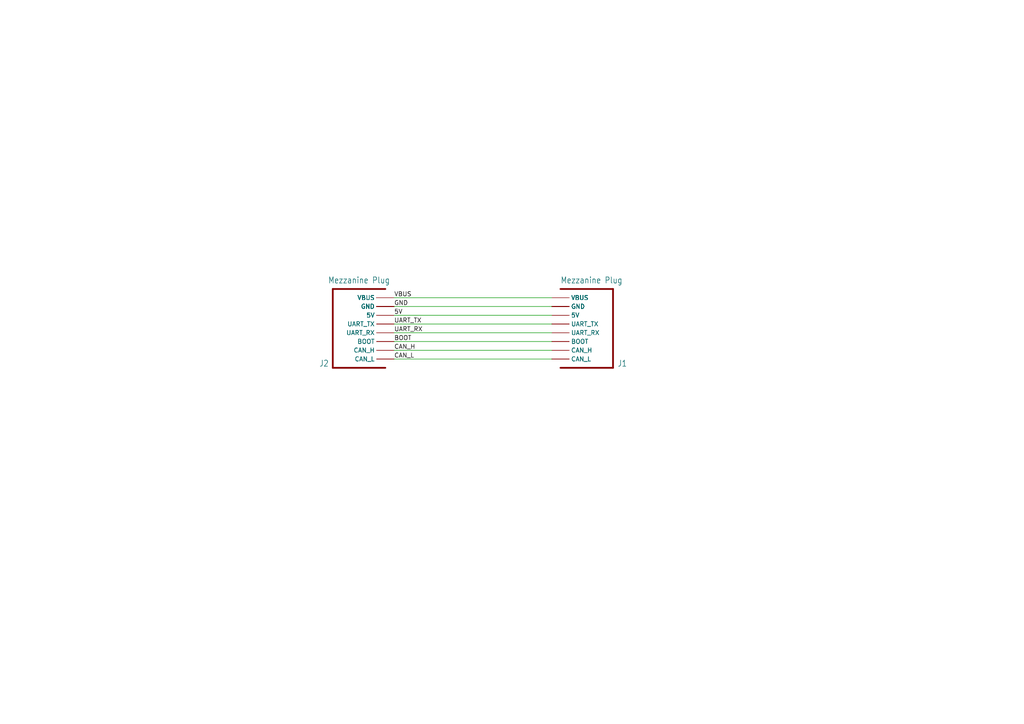
<source format=kicad_sch>
(kicad_sch (version 20230121) (generator eeschema)
  (paper "A4")
  (lib_symbols
    (symbol "Mezzanine Plug_1"
      (property "Reference" "J1" (at -13.97 -8.89 0))
      (property "Value" "Mezzanine Plug" (at 2.54 15.24 0))
      (symbol "Mezzanine Plug_1_1_0"
        (polyline (pts (xy -12.7 -10.16) (xy 2.54 -10.16)) (stroke (width 0.508)))
        (polyline (pts (xy 2.54 12.7) (xy -12.7 12.7)) (stroke (width 0.508)))
        (pin bidirectional line (at 5.08 -7.62 180) (length 5.08) (name "CAN_L") (number "P$1"))
        (pin power_out line (at 5.08 7.62 180) (length 5.08) (name "GND") (number "P$10"))
        (pin power_out line (at 5.08 7.62 180) (length 5.08) (name "GND") (number "P$11"))
        (pin power_out line (at 5.08 10.16 180) (length 5.08) (name "VBUS") (number "P$12"))
        (pin power_out line (at 5.08 10.16 180) (length 5.08) (name "VBUS") (number "P$13"))
        (pin power_out line (at 5.08 10.16 180) (length 5.08) (name "VBUS") (number "P$14"))
        (pin power_out line (at 5.08 10.16 180) (length 5.08) (name "VBUS") (number "P$15"))
        (pin power_out line (at 5.08 10.16 180) (length 5.08) (name "VBUS") (number "P$16"))
        (pin power_out line (at 5.08 10.16 180) (length 5.08) (name "VBUS") (number "P$17"))
        (pin power_out line (at 5.08 10.16 180) (length 5.08) (name "VBUS") (number "P$18"))
        (pin power_out line (at 5.08 10.16 180) (length 5.08) (name "VBUS") (number "P$19"))
        (pin bidirectional line (at 5.08 -5.08 180) (length 5.08) (name "CAN_H") (number "P$2"))
        (pin power_out line (at 5.08 7.62 180) (length 5.08) (name "GND") (number "P$20"))
        (pin power_out line (at 5.08 7.62 180) (length 5.08) (name "GND") (number "P$21"))
        (pin power_out line (at 5.08 7.62 180) (length 5.08) (name "GND") (number "P$22"))
        (pin power_out line (at 5.08 7.62 180) (length 5.08) (name "GND") (number "P$23"))
        (pin power_out line (at 5.08 5.08 180) (length 5.08) (name "5V") (number "P$24"))
        (pin power_out line (at 5.08 5.08 180) (length 5.08) (name "5V") (number "P$25"))
        (pin bidirectional line (at 5.08 2.54 180) (length 5.08) (name "UART_TX") (number "P$26"))
        (pin bidirectional line (at 5.08 0 180) (length 5.08) (name "UART_RX") (number "P$27"))
        (pin bidirectional line (at 5.08 -2.54 180) (length 5.08) (name "BOOT") (number "P$28"))
        (pin bidirectional line (at 5.08 -5.08 180) (length 5.08) (name "CAN_H") (number "P$29"))
        (pin bidirectional line (at 5.08 -2.54 180) (length 5.08) (name "BOOT") (number "P$3"))
        (pin bidirectional line (at 5.08 -7.62 180) (length 5.08) (name "CAN_L") (number "P$30"))
        (pin bidirectional line (at 5.08 0 180) (length 5.08) (name "UART_RX") (number "P$4"))
        (pin bidirectional line (at 5.08 2.54 180) (length 5.08) (name "UART_TX") (number "P$5"))
        (pin power_out line (at 5.08 5.08 180) (length 5.08) (name "5V") (number "P$6"))
        (pin power_out line (at 5.08 5.08 180) (length 5.08) (name "5V") (number "P$7"))
        (pin power_out line (at 5.08 7.62 180) (length 5.08) (name "GND") (number "P$8"))
        (pin power_out line (at 5.08 7.62 180) (length 5.08) (name "GND") (number "P$9"))
      )
      (symbol "Mezzanine Plug_1_1_1"
        (polyline (pts (xy -12.7 12.7) (xy -12.7 -10.16)) (stroke (width 0.508)))
      )
    )
    (symbol "oresat-connectors:Mezzanine Plug"
      (property "Reference" "J" (at -12.7 13.97 0))
      (property "Value" "Mezzanine Plug" (at -12.7 -13.97 0))
      (symbol "Mezzanine Plug_1_0"
        (polyline (pts (xy -12.7 -10.16) (xy 2.54 -10.16)) (stroke (width 0.508)))
        (polyline (pts (xy 2.54 12.7) (xy -12.7 12.7)) (stroke (width 0.508)))
        (pin bidirectional line (at 5.08 -7.62 180) (length 5.08) (name "CAN_L") (number "P$1"))
        (pin power_in line (at 5.08 7.62 180) (length 5.08) (name "GND") (number "P$10"))
        (pin power_in line (at 5.08 7.62 180) (length 5.08) (name "GND") (number "P$11"))
        (pin power_in line (at 5.08 10.16 180) (length 5.08) (name "VBUS") (number "P$12"))
        (pin power_in line (at 5.08 10.16 180) (length 5.08) (name "VBUS") (number "P$13"))
        (pin power_in line (at 5.08 10.16 180) (length 5.08) (name "VBUS") (number "P$14"))
        (pin power_in line (at 5.08 10.16 180) (length 5.08) (name "VBUS") (number "P$15"))
        (pin power_in line (at 5.08 10.16 180) (length 5.08) (name "VBUS") (number "P$16"))
        (pin power_in line (at 5.08 10.16 180) (length 5.08) (name "VBUS") (number "P$17"))
        (pin power_in line (at 5.08 10.16 180) (length 5.08) (name "VBUS") (number "P$18"))
        (pin power_in line (at 5.08 10.16 180) (length 5.08) (name "VBUS") (number "P$19"))
        (pin bidirectional line (at 5.08 -5.08 180) (length 5.08) (name "CAN_H") (number "P$2"))
        (pin power_in line (at 5.08 7.62 180) (length 5.08) (name "GND") (number "P$20"))
        (pin power_in line (at 5.08 7.62 180) (length 5.08) (name "GND") (number "P$21"))
        (pin power_in line (at 5.08 7.62 180) (length 5.08) (name "GND") (number "P$22"))
        (pin power_in line (at 5.08 7.62 180) (length 5.08) (name "GND") (number "P$23"))
        (pin power_in line (at 5.08 5.08 180) (length 5.08) (name "5V") (number "P$24"))
        (pin power_in line (at 5.08 5.08 180) (length 5.08) (name "5V") (number "P$25"))
        (pin bidirectional line (at 5.08 2.54 180) (length 5.08) (name "UART_TX") (number "P$26"))
        (pin bidirectional line (at 5.08 0 180) (length 5.08) (name "UART_RX") (number "P$27"))
        (pin bidirectional line (at 5.08 -2.54 180) (length 5.08) (name "BOOT") (number "P$28"))
        (pin bidirectional line (at 5.08 -5.08 180) (length 5.08) (name "CAN_H") (number "P$29"))
        (pin bidirectional line (at 5.08 -2.54 180) (length 5.08) (name "BOOT") (number "P$3"))
        (pin bidirectional line (at 5.08 -7.62 180) (length 5.08) (name "CAN_L") (number "P$30"))
        (pin bidirectional line (at 5.08 0 180) (length 5.08) (name "UART_RX") (number "P$4"))
        (pin bidirectional line (at 5.08 2.54 180) (length 5.08) (name "UART_TX") (number "P$5"))
        (pin power_in line (at 5.08 5.08 180) (length 5.08) (name "5V") (number "P$6"))
        (pin power_in line (at 5.08 5.08 180) (length 5.08) (name "5V") (number "P$7"))
        (pin power_in line (at 5.08 7.62 180) (length 5.08) (name "GND") (number "P$8"))
        (pin power_in line (at 5.08 7.62 180) (length 5.08) (name "GND") (number "P$9"))
      )
      (symbol "Mezzanine Plug_1_1"
        (polyline (pts (xy -12.7 12.7) (xy -12.7 -10.16)) (stroke (width 0.508)))
      )
    )
  )
  (wire (pts (xy 114.3 101.6) (xy 160.02 101.6)))
  (wire (pts (xy 114.3 99.06) (xy 160.02 99.06)))
  (wire (pts (xy 114.3 96.52) (xy 160.02 96.52)))
  (wire (pts (xy 114.3 91.44) (xy 160.02 91.44)))
  (wire (pts (xy 114.3 104.14) (xy 160.02 104.14)))
  (wire (pts (xy 114.3 88.9) (xy 160.02 88.9)))
  (wire (pts (xy 114.3 86.36) (xy 160.02 86.36)))
  (wire (pts (xy 114.3 93.98) (xy 160.02 93.98)))
  (label "BOOT" (at 114.3 99.06 0))
  (label "5V" (at 114.3 91.44 0))
  (label "CAN_H" (at 114.3 101.6 0))
  (label "UART_RX" (at 114.3 96.52 0))
  (label "GND" (at 114.3 88.9 0))
  (label "CAN_L" (at 114.3 104.14 0))
  (label "UART_TX" (at 114.3 93.98 0))
  (label "VBUS" (at 114.3 86.36 0))
  (symbol (lib_id "oresat-connectors:Mezzanine Plug") (at 109.22 96.52 0) (unit 1)
    (property "Reference" "J2" (at 93.98 105.41 0) (effects (font (size 1.778 1.5113))))
    (property "Value" "Mezzanine Plug" (at 104.14 81.28 0) (effects (font (size 1.778 1.5113))))
    (property "Footprint" "oresat-connectors:J-Molex-0547220304" (effects hide))
  )
  (symbol (lib_name "Mezzanine Plug_1") (lib_id "oresat-connectors:Mezzanine Plug") (at 165.1 96.52 0) (mirror y) (unit 1)
    (property "Reference" "J1" (at 179.07 105.41 0) (effects (font (size 1.778 1.5113)) (justify right)))
    (property "Value" "Mezzanine Plug" (at 162.56 81.28 0) (effects (font (size 1.778 1.5113)) (justify right)))
    (property "Footprint" "oresat-connectors:J-Molex-0547220304" (effects hide))
  )
)
</source>
